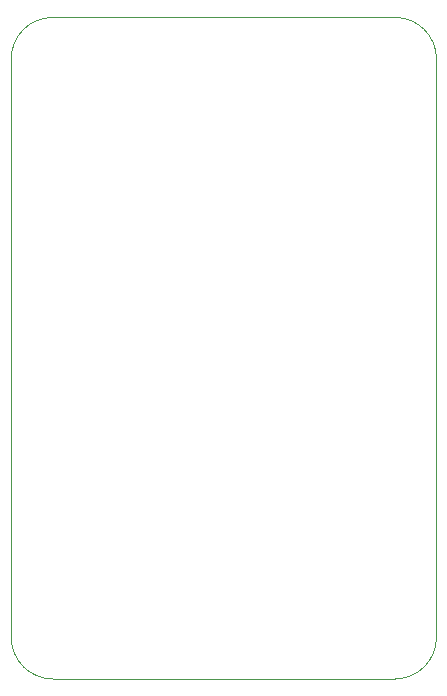
<source format=gko>
G04*
G04 #@! TF.GenerationSoftware,Altium Limited,Altium Designer,21.2.1 (34)*
G04*
G04 Layer_Color=16711935*
%FSTAX24Y24*%
%MOIN*%
G70*
G04*
G04 #@! TF.SameCoordinates,36507061-655E-4290-96EC-BFA040FA6CF6*
G04*
G04*
G04 #@! TF.FilePolarity,Positive*
G04*
G01*
G75*
%ADD38C,0.0039*%
D38*
X073628Y038223D02*
G03*
X07225Y039601I-001378J0D01*
G01*
Y017553D02*
G03*
X073628Y018931I0J001378D01*
G01*
X060833Y039601D02*
G03*
X059455Y038223I0J-001378D01*
G01*
X059455Y018931D02*
G03*
X060833Y017553I001378J0D01*
G01*
X073628Y018931D02*
Y038223D01*
X060833Y039601D02*
X07225D01*
X059455Y018931D02*
Y038223D01*
X060833Y017553D02*
X07225D01*
M02*

</source>
